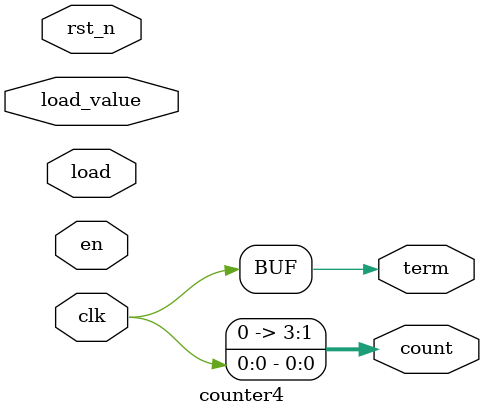
<source format=sv>
module counter4 (
    input logic clk,
    input logic rst_n,
    input logic en,
    input logic load,
    input logic [3:0] load_value,
    output logic [3:0] count,
    output logic term
);

  assign count = clk;
  assign term = clk;

endmodule

</source>
